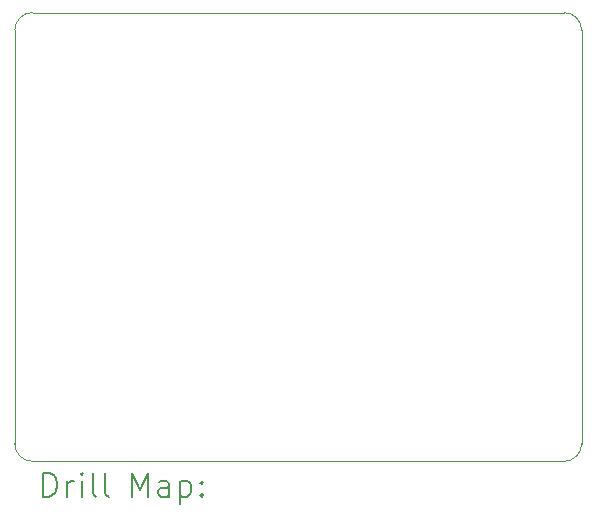
<source format=gbr>
%TF.GenerationSoftware,KiCad,Pcbnew,(7.0.0)*%
%TF.CreationDate,2023-04-27T00:18:31+08:00*%
%TF.ProjectId,DRV-24to12-BrushedMotorDriver,4452562d-3234-4746-9f31-322d42727573,rev?*%
%TF.SameCoordinates,Original*%
%TF.FileFunction,Drillmap*%
%TF.FilePolarity,Positive*%
%FSLAX45Y45*%
G04 Gerber Fmt 4.5, Leading zero omitted, Abs format (unit mm)*
G04 Created by KiCad (PCBNEW (7.0.0)) date 2023-04-27 00:18:31*
%MOMM*%
%LPD*%
G01*
G04 APERTURE LIST*
%ADD10C,0.100000*%
%ADD11C,0.200000*%
G04 APERTURE END LIST*
D10*
X20100000Y-9250000D02*
X20100000Y-5750000D01*
X24900000Y-5750000D02*
G75*
G03*
X24750000Y-5600000I-150000J0D01*
G01*
X24900000Y-5750000D02*
X24900000Y-9250000D01*
X20250000Y-5600000D02*
G75*
G03*
X20100000Y-5750000I0J-150000D01*
G01*
X20250000Y-5600000D02*
X24750000Y-5600000D01*
X24750000Y-9400000D02*
G75*
G03*
X24900000Y-9250000I0J150000D01*
G01*
X20100000Y-9250000D02*
G75*
G03*
X20250000Y-9400000I150000J0D01*
G01*
X24750000Y-9400000D02*
X20250000Y-9400000D01*
D11*
X20342619Y-9698476D02*
X20342619Y-9498476D01*
X20342619Y-9498476D02*
X20390238Y-9498476D01*
X20390238Y-9498476D02*
X20418810Y-9508000D01*
X20418810Y-9508000D02*
X20437857Y-9527048D01*
X20437857Y-9527048D02*
X20447381Y-9546095D01*
X20447381Y-9546095D02*
X20456905Y-9584190D01*
X20456905Y-9584190D02*
X20456905Y-9612762D01*
X20456905Y-9612762D02*
X20447381Y-9650857D01*
X20447381Y-9650857D02*
X20437857Y-9669905D01*
X20437857Y-9669905D02*
X20418810Y-9688952D01*
X20418810Y-9688952D02*
X20390238Y-9698476D01*
X20390238Y-9698476D02*
X20342619Y-9698476D01*
X20542619Y-9698476D02*
X20542619Y-9565143D01*
X20542619Y-9603238D02*
X20552143Y-9584190D01*
X20552143Y-9584190D02*
X20561667Y-9574667D01*
X20561667Y-9574667D02*
X20580714Y-9565143D01*
X20580714Y-9565143D02*
X20599762Y-9565143D01*
X20666429Y-9698476D02*
X20666429Y-9565143D01*
X20666429Y-9498476D02*
X20656905Y-9508000D01*
X20656905Y-9508000D02*
X20666429Y-9517524D01*
X20666429Y-9517524D02*
X20675952Y-9508000D01*
X20675952Y-9508000D02*
X20666429Y-9498476D01*
X20666429Y-9498476D02*
X20666429Y-9517524D01*
X20790238Y-9698476D02*
X20771190Y-9688952D01*
X20771190Y-9688952D02*
X20761667Y-9669905D01*
X20761667Y-9669905D02*
X20761667Y-9498476D01*
X20895000Y-9698476D02*
X20875952Y-9688952D01*
X20875952Y-9688952D02*
X20866429Y-9669905D01*
X20866429Y-9669905D02*
X20866429Y-9498476D01*
X21091190Y-9698476D02*
X21091190Y-9498476D01*
X21091190Y-9498476D02*
X21157857Y-9641333D01*
X21157857Y-9641333D02*
X21224524Y-9498476D01*
X21224524Y-9498476D02*
X21224524Y-9698476D01*
X21405476Y-9698476D02*
X21405476Y-9593714D01*
X21405476Y-9593714D02*
X21395952Y-9574667D01*
X21395952Y-9574667D02*
X21376905Y-9565143D01*
X21376905Y-9565143D02*
X21338809Y-9565143D01*
X21338809Y-9565143D02*
X21319762Y-9574667D01*
X21405476Y-9688952D02*
X21386429Y-9698476D01*
X21386429Y-9698476D02*
X21338809Y-9698476D01*
X21338809Y-9698476D02*
X21319762Y-9688952D01*
X21319762Y-9688952D02*
X21310238Y-9669905D01*
X21310238Y-9669905D02*
X21310238Y-9650857D01*
X21310238Y-9650857D02*
X21319762Y-9631810D01*
X21319762Y-9631810D02*
X21338809Y-9622286D01*
X21338809Y-9622286D02*
X21386429Y-9622286D01*
X21386429Y-9622286D02*
X21405476Y-9612762D01*
X21500714Y-9565143D02*
X21500714Y-9765143D01*
X21500714Y-9574667D02*
X21519762Y-9565143D01*
X21519762Y-9565143D02*
X21557857Y-9565143D01*
X21557857Y-9565143D02*
X21576905Y-9574667D01*
X21576905Y-9574667D02*
X21586429Y-9584190D01*
X21586429Y-9584190D02*
X21595952Y-9603238D01*
X21595952Y-9603238D02*
X21595952Y-9660381D01*
X21595952Y-9660381D02*
X21586429Y-9679429D01*
X21586429Y-9679429D02*
X21576905Y-9688952D01*
X21576905Y-9688952D02*
X21557857Y-9698476D01*
X21557857Y-9698476D02*
X21519762Y-9698476D01*
X21519762Y-9698476D02*
X21500714Y-9688952D01*
X21681667Y-9679429D02*
X21691190Y-9688952D01*
X21691190Y-9688952D02*
X21681667Y-9698476D01*
X21681667Y-9698476D02*
X21672143Y-9688952D01*
X21672143Y-9688952D02*
X21681667Y-9679429D01*
X21681667Y-9679429D02*
X21681667Y-9698476D01*
X21681667Y-9574667D02*
X21691190Y-9584190D01*
X21691190Y-9584190D02*
X21681667Y-9593714D01*
X21681667Y-9593714D02*
X21672143Y-9584190D01*
X21672143Y-9584190D02*
X21681667Y-9574667D01*
X21681667Y-9574667D02*
X21681667Y-9593714D01*
M02*

</source>
